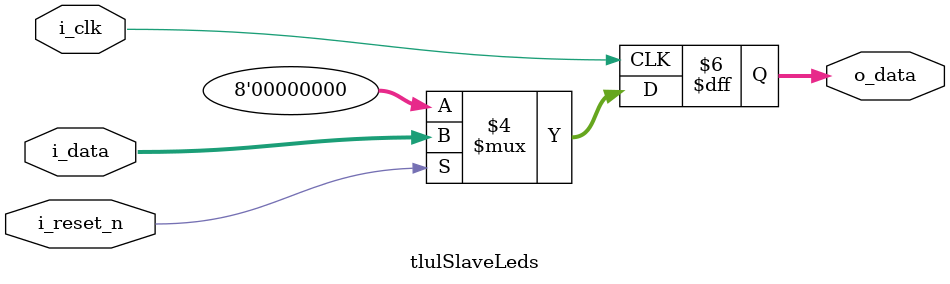
<source format=v>

`default_nettype none
`timescale 1ps/1ps

module tlulSlaveLeds(
    input   wire    [0:0]   i_clk,
    input   wire    [0:0]   i_reset_n,
    input   wire    [7:0]   i_data,
    output  reg     [7:0]   o_data
);

always @(posedge i_clk) begin
    if(!i_reset_n) begin
        o_data <= 8'h00;
    end else begin
        o_data <= i_data;
    end
end

endmodule

</source>
